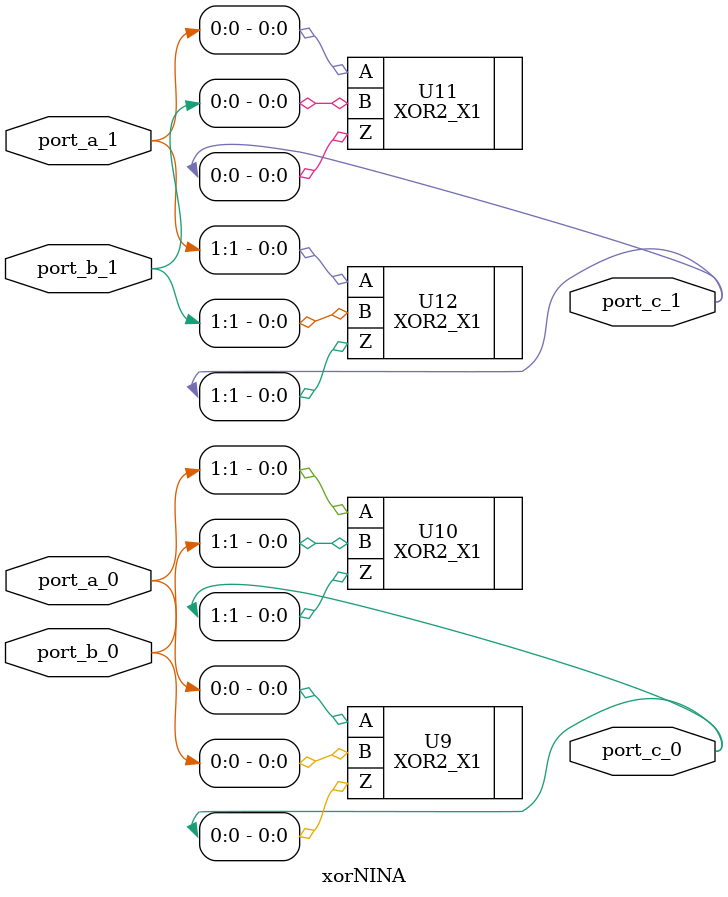
<source format=v>

module xorNINA ( port_a_0, port_a_1, port_b_0, port_b_1, port_c_0, port_c_1 );
  input [1:0] port_a_0;
  input [1:0] port_a_1;
  input [1:0] port_b_0;
  input [1:0] port_b_1;
  output [1:0] port_c_0;
  output [1:0] port_c_1;


  XOR2_X1 U9 ( .A(port_a_0[0]), .B(port_b_0[0]), .Z(port_c_0[0]) );
  XOR2_X1 U10 ( .A(port_a_0[1]), .B(port_b_0[1]), .Z(port_c_0[1]) );
  XOR2_X1 U11 ( .A(port_a_1[0]), .B(port_b_1[0]), .Z(port_c_1[0]) );
  XOR2_X1 U12 ( .A(port_a_1[1]), .B(port_b_1[1]), .Z(port_c_1[1]) );
endmodule


</source>
